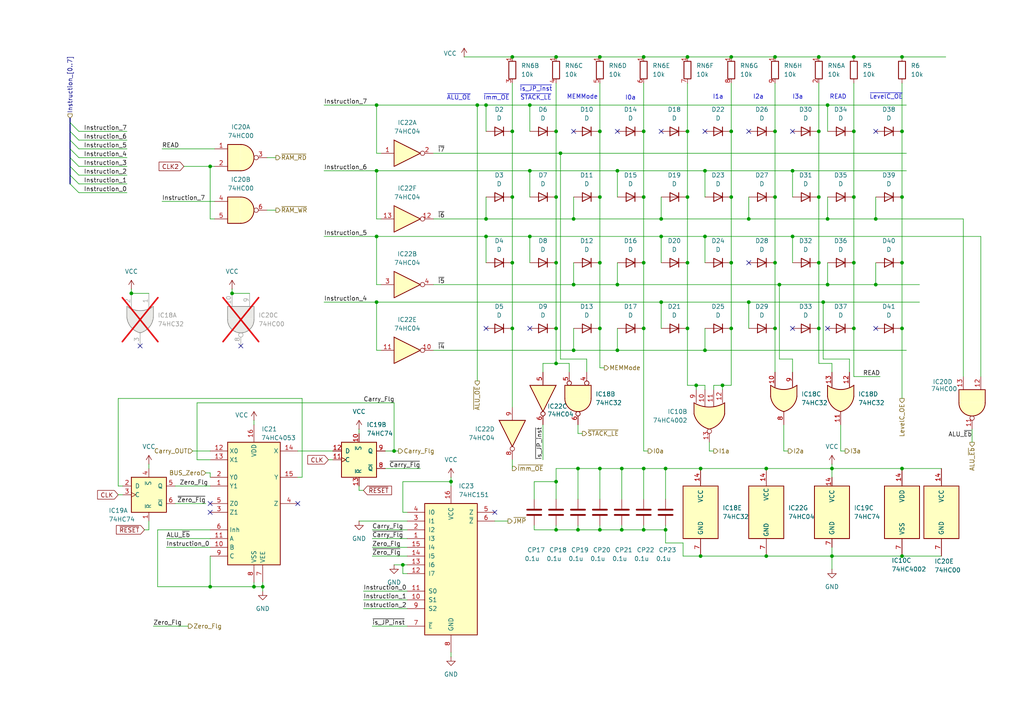
<source format=kicad_sch>
(kicad_sch (version 20231120) (generator "eeschema") (generator_version "8.0")
  (paper "A4")
  (title_block (title "CPU") (date "2025-02-09") (rev "1.0"))
  (junction (at 140.97 30.48))
  (junction (at 167.64 135.89))
  (junction (at 161.29 76.2))
  (junction (at 224.79 95.25))
  (junction (at 191.77 68.58))
  (junction (at 161.29 95.25))
  (junction (at 203.2 161.29))
  (junction (at 240.03 82.55))
  (junction (at 153.67 49.53))
  (junction (at 226.06 82.55))
  (junction (at 204.47 49.53))
  (junction (at 247.65 38.1))
  (junction (at 237.49 57.15))
  (junction (at 261.62 38.1))
  (junction (at 186.69 76.2))
  (junction (at 166.37 63.5))
  (junction (at 167.64 153.67))
  (junction (at 212.09 95.25))
  (junction (at 140.97 68.58))
  (junction (at 261.62 95.25))
  (junction (at 173.99 153.67))
  (junction (at 148.59 16.51))
  (junction (at 60.96 170.18))
  (junction (at 217.17 87.63))
  (junction (at 186.69 95.25))
  (junction (at 254 63.5))
  (junction (at 199.39 57.15))
  (junction (at 186.69 153.67))
  (junction (at 173.99 76.2))
  (junction (at 201.93 111.76))
  (junction (at 261.62 135.89))
  (junction (at 173.99 95.25))
  (junction (at 237.49 76.2))
  (junction (at 217.17 63.5))
  (junction (at 153.67 30.48))
  (junction (at 114.3 130.81))
  (junction (at 60.96 48.26))
  (junction (at 179.07 49.53))
  (junction (at 212.09 76.2))
  (junction (at 186.69 57.15))
  (junction (at 224.79 57.15))
  (junction (at 203.2 135.89))
  (junction (at 161.29 57.15))
  (junction (at 238.76 87.63))
  (junction (at 212.09 16.51))
  (junction (at 191.77 63.5))
  (junction (at 173.99 57.15))
  (junction (at 199.39 95.25))
  (junction (at 186.69 16.51))
  (junction (at 180.34 135.89))
  (junction (at 173.99 16.51))
  (junction (at 237.49 38.1))
  (junction (at 261.62 16.51))
  (junction (at 148.59 38.1))
  (junction (at 162.56 44.45))
  (junction (at 109.22 30.48))
  (junction (at 173.99 135.89))
  (junction (at 166.37 101.6))
  (junction (at 173.99 38.1))
  (junction (at 116.84 163.83))
  (junction (at 261.62 161.29))
  (junction (at 212.09 38.1))
  (junction (at 204.47 101.6))
  (junction (at 222.25 135.89))
  (junction (at 237.49 16.51))
  (junction (at 212.09 57.15))
  (junction (at 247.65 16.51))
  (junction (at 229.87 49.53))
  (junction (at 241.3 161.29))
  (junction (at 254 82.55))
  (junction (at 153.67 68.58))
  (junction (at 186.69 135.89))
  (junction (at 148.59 76.2))
  (junction (at 161.29 38.1))
  (junction (at 109.22 87.63))
  (junction (at 224.79 38.1))
  (junction (at 186.69 38.1))
  (junction (at 191.77 87.63))
  (junction (at 247.65 57.15))
  (junction (at 179.07 101.6))
  (junction (at 179.07 82.55))
  (junction (at 166.37 82.55))
  (junction (at 76.2 170.18))
  (junction (at 222.25 161.29))
  (junction (at 240.03 63.5))
  (junction (at 229.87 68.58))
  (junction (at 247.65 95.25))
  (junction (at 140.97 63.5))
  (junction (at 224.79 16.51))
  (junction (at 109.22 49.53))
  (junction (at 161.29 139.7))
  (junction (at 237.49 95.25))
  (junction (at 38.1 85.09))
  (junction (at 199.39 16.51))
  (junction (at 161.29 16.51))
  (junction (at 148.59 95.25))
  (junction (at 193.04 135.89))
  (junction (at 199.39 38.1))
  (junction (at 240.03 30.48))
  (junction (at 130.81 139.7))
  (junction (at 193.04 153.67))
  (junction (at 180.34 153.67))
  (junction (at 109.22 68.58))
  (junction (at 73.66 170.18))
  (junction (at 138.43 30.48))
  (junction (at 67.31 85.09))
  (junction (at 161.29 153.67))
  (junction (at 199.39 76.2))
  (junction (at 161.29 105.41))
  (junction (at 204.47 68.58))
  (junction (at 224.79 76.2))
  (junction (at 247.65 76.2))
  (junction (at 261.62 76.2))
  (junction (at 261.62 57.15))
  (junction (at 241.3 135.89))
  (junction (at 148.59 57.15))
  (junction (at 209.55 111.76))
  (no_connect (at 229.87 95.25))
  (no_connect (at 191.77 38.1))
  (no_connect (at 60.96 146.05))
  (no_connect (at 60.96 148.59))
  (no_connect (at 143.51 148.59))
  (no_connect (at 204.47 38.1))
  (no_connect (at 240.03 95.25))
  (no_connect (at 217.17 76.2))
  (no_connect (at 153.67 95.25))
  (no_connect (at 40.64 100.33))
  (no_connect (at 86.36 146.05))
  (no_connect (at 217.17 38.1))
  (no_connect (at 140.97 95.25))
  (no_connect (at 254 95.25))
  (no_connect (at 69.85 100.33))
  (no_connect (at 166.37 38.1))
  (no_connect (at 179.07 38.1))
  (no_connect (at 254 38.1))
  (no_connect (at 229.87 38.1))
  (bus_entry (at 20.32 45.72) (size 2.54 2.54))
  (bus_entry (at 20.32 43.18) (size 2.54 2.54))
  (bus_entry (at 20.32 53.34) (size 2.54 2.54))
  (bus_entry (at 20.32 40.64) (size 2.54 2.54))
  (bus_entry (at 20.32 50.8) (size 2.54 2.54))
  (bus_entry (at 20.32 38.1) (size 2.54 2.54))
  (bus_entry (at 20.32 48.26) (size 2.54 2.54))
  (bus_entry (at 20.32 35.56) (size 2.54 2.54))
  (wire (pts (xy 162.56 44.45) (xy 262.89 44.45)))
  (wire (pts (xy 50.8 140.97) (xy 60.96 140.97)))
  (wire (pts (xy 254 63.5) (xy 279.4 63.5)))
  (wire (pts (xy 186.69 76.2) (xy 186.69 95.25)))
  (wire (pts (xy 38.1 85.09) (xy 43.18 85.09)))
  (wire (pts (xy 140.97 68.58) (xy 140.97 76.2)))
  (wire (pts (xy 46.99 43.18) (xy 62.23 43.18)))
  (wire (pts (xy 161.29 16.51) (xy 173.99 16.51)))
  (wire (pts (xy 175.26 106.68) (xy 173.99 106.68)))
  (wire (pts (xy 140.97 30.48) (xy 153.67 30.48)))
  (wire (pts (xy 93.98 30.48) (xy 109.22 30.48)))
  (wire (pts (xy 76.2 170.18) (xy 76.2 168.91)))
  (wire (pts (xy 226.06 104.14) (xy 229.87 104.14)))
  (wire (pts (xy 229.87 49.53) (xy 262.89 49.53)))
  (wire (pts (xy 229.87 104.14) (xy 229.87 107.95)))
  (wire (pts (xy 53.34 48.26) (xy 60.96 48.26)))
  (wire (pts (xy 237.49 76.2) (xy 237.49 95.25)))
  (wire (pts (xy 203.2 135.89) (xy 222.25 135.89)))
  (wire (pts (xy 199.39 24.13) (xy 199.39 38.1)))
  (wire (pts (xy 173.99 135.89) (xy 173.99 144.78)))
  (wire (pts (xy 67.31 83.82) (xy 67.31 85.09)))
  (wire (pts (xy 212.09 24.13) (xy 212.09 38.1)))
  (wire (pts (xy 105.41 176.53) (xy 118.11 176.53)))
  (wire (pts (xy 166.37 63.5) (xy 191.77 63.5)))
  (wire (pts (xy 212.09 57.15) (xy 212.09 76.2)))
  (wire (pts (xy 125.73 44.45) (xy 162.56 44.45)))
  (wire (pts (xy 201.93 111.76) (xy 204.47 111.76)))
  (wire (pts (xy 153.67 49.53) (xy 153.67 57.15)))
  (wire (pts (xy 22.86 55.88) (xy 36.83 55.88)))
  (wire (pts (xy 204.47 49.53) (xy 229.87 49.53)))
  (wire (pts (xy 168.91 125.73) (xy 167.64 125.73)))
  (wire (pts (xy 140.97 68.58) (xy 153.67 68.58)))
  (wire (pts (xy 34.29 140.97) (xy 35.56 140.97)))
  (wire (pts (xy 207.01 111.76) (xy 209.55 111.76)))
  (wire (pts (xy 77.47 45.72) (xy 80.01 45.72)))
  (wire (pts (xy 114.3 130.81) (xy 114.3 116.84)))
  (wire (pts (xy 198.12 157.48) (xy 198.12 161.29)))
  (wire (pts (xy 109.22 82.55) (xy 110.49 82.55)))
  (wire (pts (xy 130.81 139.7) (xy 130.81 140.97)))
  (wire (pts (xy 199.39 95.25) (xy 199.39 111.76)))
  (wire (pts (xy 228.6 130.81) (xy 227.33 130.81)))
  (wire (pts (xy 240.03 30.48) (xy 240.03 38.1)))
  (wire (pts (xy 110.49 44.45) (xy 109.22 44.45)))
  (wire (pts (xy 209.55 111.76) (xy 212.09 111.76)))
  (wire (pts (xy 22.86 38.1) (xy 36.83 38.1)))
  (wire (pts (xy 173.99 153.67) (xy 180.34 153.67)))
  (wire (pts (xy 22.86 53.34) (xy 36.83 53.34)))
  (wire (pts (xy 241.3 135.89) (xy 241.3 138.43)))
  (wire (pts (xy 109.22 87.63) (xy 109.22 101.6)))
  (wire (pts (xy 173.99 38.1) (xy 173.99 57.15)))
  (wire (pts (xy 166.37 76.2) (xy 166.37 82.55)))
  (wire (pts (xy 186.69 95.25) (xy 186.69 130.81)))
  (wire (pts (xy 34.29 143.51) (xy 35.56 143.51)))
  (wire (pts (xy 243.84 130.81) (xy 245.11 130.81)))
  (wire (pts (xy 199.39 76.2) (xy 199.39 95.25)))
  (wire (pts (xy 73.66 168.91) (xy 73.66 170.18)))
  (wire (pts (xy 193.04 135.89) (xy 193.04 144.78)))
  (wire (pts (xy 48.26 156.21) (xy 60.96 156.21)))
  (wire (pts (xy 224.79 38.1) (xy 224.79 57.15)))
  (wire (pts (xy 224.79 24.13) (xy 224.79 38.1)))
  (wire (pts (xy 43.18 134.62) (xy 43.18 135.89)))
  (wire (pts (xy 224.79 76.2) (xy 224.79 95.25)))
  (wire (pts (xy 173.99 16.51) (xy 186.69 16.51)))
  (wire (pts (xy 241.3 161.29) (xy 261.62 161.29)))
  (wire (pts (xy 199.39 38.1) (xy 199.39 57.15)))
  (wire (pts (xy 203.2 161.29) (xy 222.25 161.29)))
  (bus (pts (xy 20.32 48.26) (xy 20.32 45.72)))
  (wire (pts (xy 157.48 105.41) (xy 161.29 105.41)))
  (wire (pts (xy 261.62 161.29) (xy 273.05 161.29)))
  (wire (pts (xy 104.14 151.13) (xy 118.11 151.13)))
  (wire (pts (xy 173.99 76.2) (xy 173.99 95.25)))
  (wire (pts (xy 22.86 40.64) (xy 36.83 40.64)))
  (wire (pts (xy 153.67 68.58) (xy 191.77 68.58)))
  (wire (pts (xy 167.64 125.73) (xy 167.64 123.19)))
  (wire (pts (xy 161.29 135.89) (xy 167.64 135.89)))
  (wire (pts (xy 240.03 76.2) (xy 240.03 82.55)))
  (wire (pts (xy 107.95 158.75) (xy 118.11 158.75)))
  (wire (pts (xy 148.59 24.13) (xy 148.59 38.1)))
  (wire (pts (xy 180.34 152.4) (xy 180.34 153.67)))
  (wire (pts (xy 105.41 173.99) (xy 118.11 173.99)))
  (wire (pts (xy 204.47 101.6) (xy 262.89 101.6)))
  (wire (pts (xy 247.65 95.25) (xy 247.65 109.22)))
  (wire (pts (xy 212.09 16.51) (xy 224.79 16.51)))
  (wire (pts (xy 95.25 133.35) (xy 96.52 133.35)))
  (wire (pts (xy 237.49 16.51) (xy 247.65 16.51)))
  (wire (pts (xy 209.55 111.76) (xy 209.55 113.03)))
  (wire (pts (xy 48.26 158.75) (xy 60.96 158.75)))
  (wire (pts (xy 161.29 38.1) (xy 161.29 57.15)))
  (wire (pts (xy 153.67 30.48) (xy 153.67 38.1)))
  (wire (pts (xy 166.37 95.25) (xy 166.37 101.6)))
  (wire (pts (xy 186.69 152.4) (xy 186.69 153.67)))
  (wire (pts (xy 261.62 76.2) (xy 261.62 95.25)))
  (wire (pts (xy 110.49 63.5) (xy 109.22 63.5)))
  (wire (pts (xy 180.34 153.67) (xy 186.69 153.67)))
  (bus (pts (xy 20.32 45.72) (xy 20.32 43.18)))
  (bus (pts (xy 20.32 35.56) (xy 20.32 34.29)))
  (wire (pts (xy 241.3 135.89) (xy 261.62 135.89)))
  (wire (pts (xy 247.65 76.2) (xy 247.65 95.25)))
  (wire (pts (xy 193.04 153.67) (xy 193.04 157.48)))
  (wire (pts (xy 179.07 95.25) (xy 179.07 101.6)))
  (wire (pts (xy 284.48 68.58) (xy 284.48 109.22)))
  (wire (pts (xy 109.22 44.45) (xy 109.22 30.48)))
  (wire (pts (xy 173.99 57.15) (xy 173.99 76.2)))
  (wire (pts (xy 204.47 49.53) (xy 204.47 57.15)))
  (wire (pts (xy 191.77 63.5) (xy 217.17 63.5)))
  (wire (pts (xy 204.47 111.76) (xy 204.47 113.03)))
  (wire (pts (xy 60.96 63.5) (xy 62.23 63.5)))
  (wire (pts (xy 153.67 30.48) (xy 240.03 30.48)))
  (wire (pts (xy 107.95 181.61) (xy 118.11 181.61)))
  (wire (pts (xy 247.65 57.15) (xy 247.65 76.2)))
  (wire (pts (xy 179.07 101.6) (xy 204.47 101.6)))
  (wire (pts (xy 240.03 57.15) (xy 240.03 63.5)))
  (wire (pts (xy 60.96 170.18) (xy 73.66 170.18)))
  (bus (pts (xy 20.32 38.1) (xy 20.32 35.56)))
  (wire (pts (xy 167.64 153.67) (xy 173.99 153.67)))
  (wire (pts (xy 161.29 139.7) (xy 154.94 139.7)))
  (wire (pts (xy 191.77 57.15) (xy 191.77 63.5)))
  (wire (pts (xy 34.29 115.57) (xy 34.29 140.97)))
  (wire (pts (xy 107.95 161.29) (xy 118.11 161.29)))
  (wire (pts (xy 153.67 49.53) (xy 179.07 49.53)))
  (wire (pts (xy 109.22 87.63) (xy 191.77 87.63)))
  (wire (pts (xy 87.63 115.57) (xy 34.29 115.57)))
  (wire (pts (xy 57.15 116.84) (xy 114.3 116.84)))
  (wire (pts (xy 140.97 30.48) (xy 140.97 38.1)))
  (wire (pts (xy 116.84 166.37) (xy 118.11 166.37)))
  (wire (pts (xy 261.62 135.89) (xy 273.05 135.89)))
  (wire (pts (xy 167.64 152.4) (xy 167.64 153.67)))
  (wire (pts (xy 165.1 105.41) (xy 165.1 107.95)))
  (wire (pts (xy 60.96 48.26) (xy 62.23 48.26)))
  (wire (pts (xy 191.77 68.58) (xy 191.77 76.2)))
  (wire (pts (xy 179.07 49.53) (xy 204.47 49.53)))
  (wire (pts (xy 179.07 76.2) (xy 179.07 82.55)))
  (wire (pts (xy 154.94 153.67) (xy 161.29 153.67)))
  (wire (pts (xy 199.39 57.15) (xy 199.39 76.2)))
  (wire (pts (xy 243.84 123.19) (xy 243.84 130.81)))
  (wire (pts (xy 118.11 148.59) (xy 116.84 148.59)))
  (wire (pts (xy 229.87 68.58) (xy 229.87 76.2)))
  (wire (pts (xy 247.65 109.22) (xy 255.27 109.22)))
  (wire (pts (xy 212.09 76.2) (xy 212.09 95.25)))
  (wire (pts (xy 60.96 137.16) (xy 60.96 138.43)))
  (wire (pts (xy 226.06 82.55) (xy 240.03 82.55)))
  (wire (pts (xy 186.69 16.51) (xy 199.39 16.51)))
  (wire (pts (xy 130.81 138.43) (xy 130.81 139.7)))
  (bus (pts (xy 20.32 53.34) (xy 20.32 50.8)))
  (wire (pts (xy 157.48 123.19) (xy 157.48 133.35)))
  (wire (pts (xy 198.12 161.29) (xy 203.2 161.29)))
  (wire (pts (xy 109.22 49.53) (xy 153.67 49.53)))
  (wire (pts (xy 217.17 87.63) (xy 238.76 87.63)))
  (wire (pts (xy 186.69 135.89) (xy 193.04 135.89)))
  (wire (pts (xy 237.49 95.25) (xy 237.49 105.41)))
  (wire (pts (xy 60.96 48.26) (xy 60.96 63.5)))
  (wire (pts (xy 161.29 95.25) (xy 161.29 105.41)))
  (wire (pts (xy 224.79 95.25) (xy 224.79 107.95)))
  (wire (pts (xy 279.4 109.22) (xy 279.4 63.5)))
  (wire (pts (xy 116.84 148.59) (xy 116.84 139.7)))
  (wire (pts (xy 76.2 170.18) (xy 76.2 171.45)))
  (wire (pts (xy 154.94 152.4) (xy 154.94 153.67)))
  (wire (pts (xy 179.07 82.55) (xy 226.06 82.55)))
  (wire (pts (xy 240.03 82.55) (xy 254 82.55)))
  (wire (pts (xy 281.94 124.46) (xy 281.94 128.27)))
  (wire (pts (xy 246.38 104.14) (xy 246.38 107.95)))
  (wire (pts (xy 261.62 24.13) (xy 261.62 38.1)))
  (wire (pts (xy 109.22 68.58) (xy 109.22 82.55)))
  (wire (pts (xy 217.17 63.5) (xy 240.03 63.5)))
  (wire (pts (xy 73.66 170.18) (xy 76.2 170.18)))
  (wire (pts (xy 43.18 153.67) (xy 43.18 151.13)))
  (wire (pts (xy 134.62 16.51) (xy 148.59 16.51)))
  (wire (pts (xy 161.29 139.7) (xy 161.29 135.89)))
  (wire (pts (xy 166.37 82.55) (xy 179.07 82.55)))
  (wire (pts (xy 247.65 16.51) (xy 261.62 16.51)))
  (wire (pts (xy 238.76 87.63) (xy 266.7 87.63)))
  (wire (pts (xy 138.43 30.48) (xy 138.43 110.49)))
  (wire (pts (xy 261.62 16.51) (xy 274.32 16.51)))
  (wire (pts (xy 73.66 121.92) (xy 73.66 123.19)))
  (wire (pts (xy 161.29 152.4) (xy 161.29 153.67)))
  (wire (pts (xy 143.51 151.13) (xy 147.32 151.13)))
  (wire (pts (xy 241.3 158.75) (xy 241.3 161.29)))
  (wire (pts (xy 153.67 68.58) (xy 153.67 76.2)))
  (wire (pts (xy 186.69 24.13) (xy 186.69 38.1)))
  (wire (pts (xy 161.29 153.67) (xy 167.64 153.67)))
  (wire (pts (xy 207.01 130.81) (xy 205.74 130.81)))
  (wire (pts (xy 38.1 83.82) (xy 38.1 85.09)))
  (wire (pts (xy 222.25 161.29) (xy 241.3 161.29)))
  (wire (pts (xy 166.37 101.6) (xy 179.07 101.6)))
  (wire (pts (xy 107.95 156.21) (xy 118.11 156.21)))
  (wire (pts (xy 105.41 171.45) (xy 118.11 171.45)))
  (wire (pts (xy 111.76 135.89) (xy 121.92 135.89)))
  (wire (pts (xy 125.73 82.55) (xy 166.37 82.55)))
  (bus (pts (xy 20.32 50.8) (xy 20.32 48.26)))
  (wire (pts (xy 116.84 139.7) (xy 130.81 139.7)))
  (wire (pts (xy 130.81 190.5) (xy 130.81 189.23)))
  (wire (pts (xy 157.48 107.95) (xy 157.48 105.41)))
  (wire (pts (xy 240.03 30.48) (xy 262.89 30.48)))
  (wire (pts (xy 162.56 44.45) (xy 162.56 104.14)))
  (wire (pts (xy 173.99 24.13) (xy 173.99 38.1)))
  (wire (pts (xy 229.87 49.53) (xy 229.87 57.15)))
  (wire (pts (xy 186.69 57.15) (xy 186.69 76.2)))
  (wire (pts (xy 204.47 95.25) (xy 204.47 101.6)))
  (wire (pts (xy 114.3 163.83) (xy 116.84 163.83)))
  (wire (pts (xy 55.88 130.81) (xy 60.96 130.81)))
  (wire (pts (xy 217.17 87.63) (xy 217.17 95.25)))
  (wire (pts (xy 161.29 57.15) (xy 161.29 76.2)))
  (wire (pts (xy 60.96 153.67) (xy 45.72 153.67)))
  (wire (pts (xy 173.99 152.4) (xy 173.99 153.67)))
  (wire (pts (xy 199.39 16.51) (xy 212.09 16.51)))
  (wire (pts (xy 161.29 24.13) (xy 161.29 38.1)))
  (wire (pts (xy 241.3 134.62) (xy 241.3 135.89)))
  (wire (pts (xy 109.22 101.6) (xy 110.49 101.6)))
  (wire (pts (xy 162.56 104.14) (xy 170.18 104.14)))
  (wire (pts (xy 22.86 48.26) (xy 36.83 48.26)))
  (wire (pts (xy 199.39 111.76) (xy 201.93 111.76)))
  (wire (pts (xy 229.87 68.58) (xy 284.48 68.58)))
  (wire (pts (xy 212.09 38.1) (xy 212.09 57.15)))
  (wire (pts (xy 161.29 76.2) (xy 161.29 95.25)))
  (wire (pts (xy 224.79 16.51) (xy 237.49 16.51)))
  (wire (pts (xy 109.22 63.5) (xy 109.22 49.53)))
  (wire (pts (xy 45.72 153.67) (xy 45.72 170.18)))
  (wire (pts (xy 114.3 130.81) (xy 115.57 130.81)))
  (wire (pts (xy 86.36 130.81) (xy 96.52 130.81)))
  (wire (pts (xy 261.62 38.1) (xy 261.62 57.15)))
  (wire (pts (xy 116.84 163.83) (xy 116.84 166.37)))
  (wire (pts (xy 148.59 57.15) (xy 148.59 76.2)))
  (wire (pts (xy 50.8 146.05) (xy 59.69 146.05)))
  (wire (pts (xy 105.41 142.24) (xy 104.14 142.24)))
  (wire (pts (xy 193.04 153.67) (xy 193.04 152.4)))
  (wire (pts (xy 237.49 57.15) (xy 237.49 76.2)))
  (wire (pts (xy 22.86 43.18) (xy 36.83 43.18)))
  (wire (pts (xy 207.01 113.03) (xy 207.01 111.76)))
  (wire (pts (xy 212.09 95.25) (xy 212.09 111.76)))
  (wire (pts (xy 254 76.2) (xy 254 82.55)))
  (wire (pts (xy 166.37 57.15) (xy 166.37 63.5)))
  (wire (pts (xy 186.69 38.1) (xy 186.69 57.15)))
  (wire (pts (xy 186.69 135.89) (xy 186.69 144.78)))
  (wire (pts (xy 161.29 105.41) (xy 165.1 105.41)))
  (wire (pts (xy 205.74 130.81) (xy 205.74 128.27)))
  (wire (pts (xy 59.69 137.16) (xy 60.96 137.16)))
  (wire (pts (xy 104.14 124.46) (xy 104.14 125.73)))
  (wire (pts (xy 240.03 63.5) (xy 254 63.5)))
  (wire (pts (xy 93.98 87.63) (xy 109.22 87.63)))
  (wire (pts (xy 57.15 133.35) (xy 60.96 133.35)))
  (wire (pts (xy 22.86 45.72) (xy 36.83 45.72)))
  (wire (pts (xy 60.96 161.29) (xy 60.96 170.18)))
  (wire (pts (xy 204.47 68.58) (xy 204.47 76.2)))
  (wire (pts (xy 109.22 68.58) (xy 140.97 68.58)))
  (wire (pts (xy 170.18 104.14) (xy 170.18 107.95)))
  (wire (pts (xy 238.76 87.63) (xy 238.76 104.14)))
  (wire (pts (xy 148.59 76.2) (xy 148.59 95.25)))
  (wire (pts (xy 261.62 57.15) (xy 261.62 76.2)))
  (wire (pts (xy 237.49 105.41) (xy 241.3 105.41)))
  (wire (pts (xy 148.59 16.51) (xy 161.29 16.51)))
  (wire (pts (xy 180.34 135.89) (xy 180.34 144.78)))
  (wire (pts (xy 111.76 130.81) (xy 114.3 130.81)))
  (wire (pts (xy 186.69 130.81) (xy 187.96 130.81)))
  (wire (pts (xy 237.49 24.13) (xy 237.49 38.1)))
  (wire (pts (xy 179.07 49.53) (xy 179.07 57.15)))
  (wire (pts (xy 44.45 181.61) (xy 54.61 181.61)))
  (wire (pts (xy 237.49 38.1) (xy 237.49 57.15)))
  (wire (pts (xy 77.47 60.96) (xy 80.01 60.96)))
  (wire (pts (xy 109.22 30.48) (xy 138.43 30.48)))
  (wire (pts (xy 261.62 95.25) (xy 261.62 115.57)))
  (wire (pts (xy 186.69 153.67) (xy 193.04 153.67)))
  (wire (pts (xy 125.73 101.6) (xy 166.37 101.6)))
  (wire (pts (xy 254 57.15) (xy 254 63.5)))
  (wire (pts (xy 154.94 139.7) (xy 154.94 144.78)))
  (wire (pts (xy 193.04 135.89) (xy 203.2 135.89)))
  (wire (pts (xy 167.64 135.89) (xy 167.64 144.78)))
  (wire (pts (xy 173.99 135.89) (xy 180.34 135.89)))
  (wire (pts (xy 191.77 87.63) (xy 217.17 87.63)))
  (wire (pts (xy 138.43 30.48) (xy 140.97 30.48)))
  (wire (pts (xy 217.17 57.15) (xy 217.17 63.5)))
  (wire (pts (xy 241.3 161.29) (xy 241.3 165.1)))
  (wire (pts (xy 45.72 170.18) (xy 60.96 170.18)))
  (wire (pts (xy 191.77 68.58) (xy 204.47 68.58)))
  (wire (pts (xy 46.99 58.42) (xy 62.23 58.42)))
  (wire (pts (xy 201.93 111.76) (xy 201.93 113.03)))
  (wire (pts (xy 241.3 105.41) (xy 241.3 107.95)))
  (wire (pts (xy 140.97 63.5) (xy 166.37 63.5)))
  (wire (pts (xy 148.59 133.35) (xy 148.59 135.89)))
  (wire (pts (xy 116.84 163.83) (xy 118.11 163.83)))
  (wire (pts (xy 193.04 157.48) (xy 198.12 157.48)))
  (wire (pts (xy 93.98 49.53) (xy 109.22 49.53)))
  (wire (pts (xy 238.76 104.14) (xy 246.38 104.14)))
  (wire (pts (xy 41.91 153.67) (xy 43.18 153.67)))
  (wire (pts (xy 254 82.55) (xy 266.7 82.55)))
  (wire (pts (xy 180.34 135.89) (xy 186.69 135.89)))
  (wire (pts (xy 226.06 82.55) (xy 226.06 104.14)))
  (wire (pts (xy 204.47 68.58) (xy 229.87 68.58)))
  (wire (pts (xy 247.65 38.1) (xy 247.65 57.15)))
  (wire (pts (xy 57.15 116.84) (xy 57.15 133.35)))
  (wire (pts (xy 173.99 106.68) (xy 173.99 95.25)))
  (bus (pts (xy 20.32 43.18) (xy 20.32 40.64)))
  (wire (pts (xy 247.65 24.13) (xy 247.65 38.1)))
  (wire (pts (xy 161.29 144.78) (xy 161.29 139.7)))
  (wire (pts (xy 125.73 63.5) (xy 140.97 63.5)))
  (wire (pts (xy 167.64 135.89) (xy 173.99 135.89)))
  (wire (pts (xy 191.77 87.63) (xy 191.77 95.25)))
  (wire (pts (xy 107.95 153.67) (xy 118.11 153.67)))
  (wire (pts (xy 148.59 38.1) (xy 148.59 57.15)))
  (wire (pts (xy 87.63 138.43) (xy 87.63 115.57)))
  (bus (pts (xy 20.32 40.64) (xy 20.32 38.1)))
  (wire (pts (xy 104.14 142.24) (xy 104.14 140.97)))
  (wire (pts (xy 222.25 135.89) (xy 241.3 135.89)))
  (wire (pts (xy 148.59 95.25) (xy 148.59 118.11)))
  (wire (pts (xy 224.79 57.15) (xy 224.79 76.2)))
  (wire (pts (xy 93.98 68.58) (xy 109.22 68.58)))
  (wire (pts (xy 227.33 130.81) (xy 227.33 123.19)))
  (wire (pts (xy 86.36 138.43) (xy 87.63 138.43)))
  (wire (pts (xy 140.97 57.15) (xy 140.97 63.5)))
  (wire (pts (xy 22.86 50.8) (xy 36.83 50.8)))
  (wire (pts (xy 67.31 85.09) (xy 72.39 85.09)))
  (text "I2a" (at 219.964 28.194 0) (effects (font (size 1.27 1.27))))
  (text "I0a" (at 182.88 28.448 0) (effects (font (size 1.27 1.27))))
  (text "~{Imm_OE}" (at 144.018 28.448 0) (effects (font (size 1.27 1.27))))
  (text "~{LevelC_OE}" (at 257.048 28.194 0) (effects (font (size 1.27 1.27))))
  (text "~{ALU_OE}" (at 133.096 28.448 0) (effects (font (size 1.27 1.27))))
  (text "~{STACK_LE}" (at 155.448 28.448 0) (effects (font (size 1.27 1.27))))
  (text "I3a" (at 231.394 28.194 0) (effects (font (size 1.27 1.27))))
  (text "READ" (at 243.078 28.194 0) (effects (font (size 1.27 1.27))))
  (text "MEMMode" (at 168.91 28.194 0) (effects (font (size 1.27 1.27))))
  (text "I1a" (at 208.28 28.194 0) (effects (font (size 1.27 1.27))))
  (text "~{is_JP_inst}" (at 155.448 25.908 0) (effects (font (size 1.27 1.27))))
  (label "Zero_Flg" (at 52.07 140.97 0))
  (label "Instruction_6" (at 93.98 49.53 0))
  (label "Instruction_1" (at 105.41 173.99 0))
  (label "Instruction_4" (at 36.83 45.72 180))
  (label "~{is_JP_inst}" (at 157.48 133.35 90))
  (label "Instruction_7" (at 36.83 38.1 180))
  (label "Instruction_2" (at 105.41 176.53 0))
  (label "Instruction_0" (at 105.41 171.45 0))
  (label "Instruction_7" (at 46.99 58.42 0))
  (label "Carry_Flg" (at 105.41 116.84 0))
  (label "~{Carry_Flg}" (at 121.92 135.89 180))
  (label "Instruction_4" (at 93.98 87.63 0))
  (label "~{i4}" (at 127 101.6 0))
  (label "~{Zero_Flg}" (at 59.69 146.05 180))
  (label "ALU_~{Eb}" (at 48.26 156.21 0))
  (label "Zero_Flg" (at 107.95 158.75 0))
  (label "~{Zero_Flg}" (at 107.95 161.29 0))
  (label "READ" (at 46.99 43.18 0))
  (label "Instruction_0" (at 48.26 158.75 0))
  (label "~{i5}" (at 127 82.55 0))
  (label "READ" (at 255.27 109.22 180))
  (label "Zero_Flg" (at 44.45 181.61 0))
  (label "Instruction_1" (at 36.83 53.34 180))
  (label "~{Carry_Flg}" (at 107.95 156.21 0))
  (label "~{i7}" (at 127 44.45 0))
  (label "Instruction_2" (at 36.83 50.8 180))
  (label "Instruction_6" (at 36.83 40.64 180))
  (label "ALU_~{Eb}" (at 281.94 127 180))
  (label "Instruction_5" (at 36.83 43.18 180))
  (label "Instruction_0" (at 36.83 55.88 180))
  (label "~{i6}" (at 127 63.5 0))
  (label "~{is_JP_inst}" (at 107.95 181.61 0))
  (label "Instruction_5" (at 93.98 68.58 0))
  (label "Instruction_7" (at 93.98 30.48 0))
  (label "Carry_Flg" (at 107.95 153.67 0))
  (label "Instruction_3" (at 36.83 48.26 180))
  (global_label "CLK" (shape input) (at 95.25 133.35 180) (property "Intersheetrefs" "${INTERSHEET_REFS}" (effects (hide yes))))
  (global_label "CLK" (shape input) (at 34.29 143.51 180) (property "Intersheetrefs" "${INTERSHEET_REFS}" (effects (hide yes))))
  (global_label "~{RESET}" (shape input) (at 41.91 153.67 180) (property "Intersheetrefs" "${INTERSHEET_REFS}" (effects (hide yes))))
  (global_label "CLK2" (shape input) (at 53.34 48.26 180) (property "Intersheetrefs" "${INTERSHEET_REFS}" (effects (hide yes))))
  (global_label "~{RESET}" (shape input) (at 105.41 142.24 0) (property "Intersheetrefs" "${INTERSHEET_REFS}" (effects (hide yes))))
  (hierarchical_label "~{STACK_LE}" (shape output) (at 168.91 125.73 0))
  (hierarchical_label "LevelC_OE" (shape output) (at 261.62 115.57 270))
  (hierarchical_label "BUS_Zero" (shape input) (at 59.69 137.16 180))
  (hierarchical_label "I1a" (shape output) (at 207.01 130.81 0))
  (hierarchical_label "Carry_Flg" (shape output) (at 115.57 130.81 0))
  (hierarchical_label "I2a" (shape output) (at 228.6 130.81 0))
  (hierarchical_label "Zero_Flg" (shape output) (at 54.61 181.61 0))
  (hierarchical_label "Instruction_[0..7]" (shape input) (at 20.32 34.29 90))
  (hierarchical_label "~{RAM_WR}" (shape output) (at 80.01 60.96 0))
  (hierarchical_label "Carry_OUT" (shape input) (at 55.88 130.81 180))
  (hierarchical_label "~{ALU_OE}" (shape output) (at 138.43 110.49 270))
  (hierarchical_label "~{JMP}" (shape output) (at 147.32 151.13 0))
  (hierarchical_label "~{Imm_OE}" (shape output) (at 148.59 135.89 0))
  (hierarchical_label "ALU_~{Eb}" (shape output) (at 281.94 128.27 270))
  (hierarchical_label "~{RAM_RD}" (shape output) (at 80.01 45.72 0))
  (hierarchical_label "MEMMode" (shape output) (at 175.26 106.68 0))
  (hierarchical_label "I3a" (shape output) (at 245.11 130.81 0))
  (hierarchical_label "I0a" (shape output) (at 187.96 130.81 0))
  (symbol (lib_id "power:VCC") (at 67.31 83.82 0) (unit 1)
    (property "Reference" "#PWR064" (effects (hide yes)))
    (property "Value" "VCC" (at 67.31 78.74 0))
    (property "Description" "Power symbol creates a global label with name \"VCC\"" (effects (hide yes)))
  )
  (symbol (lib_id "Device:D") (at 220.98 57.15 180) (unit 1)
    (property "Reference" "D27" (at 220.98 50.8 0))
    (property "Value" "D" (at 220.98 53.34 0))
    (property "Footprint" "Library:DO-35_horizontal_anodeup_Smallhole" (effects (hide yes)))
    (property "Description" "Diode" (effects (hide yes)))
    (property "Sim.Device" "D" (effects (hide yes)))
    (property "Sim.Pins" "1=K 2=A" (effects (hide yes)))
  )
  (symbol (lib_id "Device:D") (at 233.68 95.25 180) (unit 1)
    (property "Reference" "D33" (at 233.68 88.9 0))
    (property "Value" "D" (at 233.68 91.44 0))
    (property "Footprint" "Library:DO-35_horizontal_anodeup_Smallhole" (effects (hide yes)))
    (property "Description" "Diode" (effects (hide yes)))
    (property "Sim.Device" "D" (effects (hide yes)))
    (property "Sim.Pins" "1=K 2=A" (effects (hide yes)))
  )
  (symbol (lib_id "Device:D") (at 144.78 57.15 180) (unit 1)
    (property "Reference" "D3" (at 144.78 50.8 0))
    (property "Value" "D" (at 144.78 53.34 0))
    (property "Footprint" "Library:DO-35_horizontal_anodeup_Smallhole" (effects (hide yes)))
    (property "Description" "Diode" (effects (hide yes)))
    (property "Sim.Device" "D" (effects (hide yes)))
    (property "Sim.Pins" "1=K 2=A" (effects (hide yes)))
  )
  (symbol (lib_id "Device:D") (at 220.98 38.1 180) (unit 1)
    (property "Reference" "D26" (at 220.98 31.75 0))
    (property "Value" "D" (at 220.98 34.29 0))
    (property "Footprint" "Library:DO-35_horizontal_anodeup_Smallhole" (effects (hide yes)))
    (property "Description" "Diode" (effects (hide yes)))
    (property "Sim.Device" "D" (effects (hide yes)))
    (property "Sim.Pins" "1=K 2=A" (effects (hide yes)))
  )
  (symbol (lib_id "Device:D") (at 243.84 95.25 180) (unit 1)
    (property "Reference" "D37" (at 243.84 88.9 0))
    (property "Value" "D" (at 243.84 91.44 0))
    (property "Footprint" "Library:DO-35_horizontal_anodeup_Smallhole" (effects (hide yes)))
    (property "Description" "Diode" (effects (hide yes)))
    (property "Sim.Device" "D" (effects (hide yes)))
    (property "Sim.Pins" "1=K 2=A" (effects (hide yes)))
  )
  (symbol (lib_id "74xx_2:74HC00") (at 69.85 45.72 0) (unit 1)
    (property "Reference" "IC20" (at 69.8417 36.83 0))
    (property "Value" "74HC00" (at 69.8417 39.37 0))
    (property "Footprint" "Package_DIP:DIP-14_W7.62mm_Socket" (effects (hide yes)))
    (property "Datasheet" "http://www.ti.com/lit/gpn/sn74hc00" (effects (hide yes)))
    (property "Description" "quad 2-input NAND gate" (effects (hide yes)))
    (property "Sim.Library" "74hc.lib" (effects (hide yes)))
    (property "Sim.Name" "74HC00" (effects (hide yes)))
    (property "Sim.Device" "SUBCKT" (effects (hide yes)))
    (property "Sim.Pins" "7=VGND 14=VCC" (effects (hide yes)))
  )
  (symbol (lib_id "Device2:C_Bypass") (at 180.34 148.59 0) (unit 1)
    (property "Reference" "CP21" (at 178.308 159.512 0) (effects (justify left)))
    (property "Value" "0.1u" (at 177.546 162.052 0) (effects (justify left)))
    (property "Footprint" "Capacitor_THT:C_Disc_D3.0mm_W1.6mm_P2.50mm" (effects (hide yes)))
    (property "Description" "Bypass Capacitor" (effects (hide yes)))
  )
  (symbol (lib_id "Device:D") (at 157.48 57.15 180) (unit 1)
    (property "Reference" "D7" (at 157.48 50.8 0))
    (property "Value" "D" (at 157.48 53.34 0))
    (property "Footprint" "Library:DO-35_horizontal_anodeup_Smallhole" (effects (hide yes)))
    (property "Description" "Diode" (effects (hide yes)))
    (property "Sim.Device" "D" (effects (hide yes)))
    (property "Sim.Pins" "1=K 2=A" (effects (hide yes)))
  )
  (symbol (lib_id "Device:D") (at 243.84 57.15 180) (unit 1)
    (property "Reference" "D35" (at 243.84 50.8 0))
    (property "Value" "D" (at 243.84 53.34 0))
    (property "Footprint" "Library:DO-35_horizontal_anodeup_Smallhole" (effects (hide yes)))
    (property "Description" "Diode" (effects (hide yes)))
    (property "Sim.Device" "D" (effects (hide yes)))
    (property "Sim.Pins" "1=K 2=A" (effects (hide yes)))
  )
  (symbol (lib_id "74xx_2:74HC04") (at 118.11 63.5 0) (unit 6)
    (property "Reference" "IC22" (at 118.11 54.61 0))
    (property "Value" "74HC04" (at 118.11 57.15 0))
    (property "Footprint" "Package_DIP:DIP-14_W7.62mm_Socket" (effects (hide yes)))
    (property "Datasheet" "https://assets.nexperia.com/documents/data-sheet/74HC_HCT04.pdf" (effects (hide yes)))
    (property "Description" "Hex Inverter" (effects (hide yes)))
  )
  (symbol (lib_id "Device:D") (at 257.81 57.15 180) (unit 1)
    (property "Reference" "D39" (at 257.81 50.8 0))
    (property "Value" "D" (at 257.81 53.34 0))
    (property "Footprint" "Library:DO-35_horizontal_anodeup_Smallhole" (effects (hide yes)))
    (property "Description" "Diode" (effects (hide yes)))
    (property "Sim.Device" "D" (effects (hide yes)))
    (property "Sim.Pins" "1=K 2=A" (effects (hide yes)))
  )
  (symbol (lib_id "Device2:C_Bypass") (at 186.69 148.59 0) (unit 1)
    (property "Reference" "CP22" (at 184.658 159.512 0) (effects (justify left)))
    (property "Value" "0.1u" (at 183.896 162.052 0) (effects (justify left)))
    (property "Footprint" "Capacitor_THT:C_Disc_D3.0mm_W1.6mm_P2.50mm" (effects (hide yes)))
    (property "Description" "Bypass Capacitor" (effects (hide yes)))
  )
  (symbol (lib_id "power:VCC") (at 241.3 134.62 0) (unit 1)
    (property "Reference" "#PWR073" (effects (hide yes)))
    (property "Value" "VCC" (at 241.3 129.54 0))
    (property "Description" "Power symbol creates a global label with name \"VCC\"" (effects (hide yes)))
  )
  (symbol (lib_id "Device:D") (at 182.88 38.1 180) (unit 1)
    (property "Reference" "D14" (at 182.88 31.75 0))
    (property "Value" "D" (at 182.88 34.29 0))
    (property "Footprint" "Library:DO-35_horizontal_anodeup_Smallhole" (effects (hide yes)))
    (property "Description" "Diode" (effects (hide yes)))
    (property "Sim.Device" "D" (effects (hide yes)))
    (property "Sim.Pins" "1=K 2=A" (effects (hide yes)))
  )
  (symbol (lib_id "Device:D") (at 257.81 76.2 180) (unit 1)
    (property "Reference" "D40" (at 257.81 69.85 0))
    (property "Value" "D" (at 257.81 72.39 0))
    (property "Footprint" "Library:DO-35_horizontal_anodeup_Smallhole" (effects (hide yes)))
    (property "Description" "Diode" (effects (hide yes)))
    (property "Sim.Device" "D" (effects (hide yes)))
    (property "Sim.Pins" "1=K 2=A" (effects (hide yes)))
  )
  (symbol (lib_id "power:GND") (at 114.3 163.83 0) (unit 1)
    (property "Reference" "#PWR069" (effects (hide yes)))
    (property "Value" "GND" (at 114.3 168.91 0))
    (property "Description" "Power symbol creates a global label with name \"GND\" , ground" (effects (hide yes)))
  )
  (symbol (lib_id "power:GND") (at 130.81 190.5 0) (unit 1)
    (property "Reference" "#PWR071" (effects (hide yes)))
    (property "Value" "GND" (at 130.81 195.58 0))
    (property "Description" "Power symbol creates a global label with name \"GND\" , ground" (effects (hide yes)))
  )
  (symbol (lib_id "74xx_2:74HC00") (at 273.05 148.59 0) (unit 5)
    (property "Reference" "IC20" (at 271.018 162.814 0) (effects (justify left)))
    (property "Value" "74HC00" (at 271.018 165.354 0) (effects (justify left)))
    (property "Footprint" "Package_DIP:DIP-14_W7.62mm_Socket" (effects (hide yes)))
    (property "Datasheet" "http://www.ti.com/lit/gpn/sn74hc00" (effects (hide yes)))
    (property "Description" "quad 2-input NAND gate" (effects (hide yes)))
    (property "Sim.Library" "74hc.lib" (effects (hide yes)))
    (property "Sim.Name" "74HC00" (effects (hide yes)))
    (property "Sim.Device" "SUBCKT" (effects (hide yes)))
    (property "Sim.Pins" "7=VGND 14=VCC" (effects (hide yes)))
  )
  (symbol (lib_id "74xx_2:74HC74") (at 104.14 133.35 0) (unit 2)
    (property "Reference" "IC19" (at 106.3341 123.19 0) (effects (justify left)))
    (property "Value" "74HC74" (at 106.3341 125.73 0) (effects (justify left)))
    (property "Footprint" "Package_DIP:DIP-14_W7.62mm_Socket" (effects (hide yes)))
    (property "Datasheet" "74xx/74hc_hct74.pdf" (effects (hide yes)))
    (property "Description" "Dual D Flip-flop, Set & Reset" (effects (hide yes)))
  )
  (symbol (lib_id "Device2:C_Bypass") (at 167.64 148.59 0) (unit 1)
    (property "Reference" "CP19" (at 165.608 159.512 0) (effects (justify left)))
    (property "Value" "0.1u" (at 164.846 162.052 0) (effects (justify left)))
    (property "Footprint" "Capacitor_THT:C_Disc_D3.0mm_W1.6mm_P2.50mm" (effects (hide yes)))
    (property "Description" "Bypass Capacitor" (effects (hide yes)))
  )
  (symbol (lib_id "Device:D") (at 195.58 76.2 180) (unit 1)
    (property "Reference" "D20" (at 195.58 69.85 0))
    (property "Value" "D" (at 195.58 72.39 0))
    (property "Footprint" "Library:DO-35_horizontal_anodeup_Smallhole" (effects (hide yes)))
    (property "Description" "Diode" (effects (hide yes)))
    (property "Sim.Device" "D" (effects (hide yes)))
    (property "Sim.Pins" "1=K 2=A" (effects (hide yes)))
  )
  (symbol (lib_id "power:VCC") (at 130.81 138.43 0) (unit 1)
    (property "Reference" "#PWR070" (effects (hide yes)))
    (property "Value" "VCC" (at 130.81 133.35 0))
    (property "Description" "Power symbol creates a global label with name \"VCC\"" (effects (hide yes)))
  )
  (symbol (lib_id "74xx_2:74HC4002") (at 261.62 148.59 0) (unit 3)
    (property "Reference" "IC10" (at 258.572 162.56 0) (effects (justify left)))
    (property "Value" "74HC4002" (at 258.572 165.1 0) (effects (justify left)))
    (property "Footprint" "Package_DIP:DIP-14_W7.62mm_Socket" (effects (hide yes)))
    (property "Datasheet" "https://www.ti.com/lit/ds/symlink/cd74hc4002.pdf" (effects (hide yes)))
    (property "Description" "Dual  4 input NOR gate" (effects (hide yes)))
  )
  (symbol (lib_id "Device:D") (at 144.78 95.25 180) (unit 1)
    (property "Reference" "D5" (at 144.78 88.9 0))
    (property "Value" "D" (at 144.78 91.44 0))
    (property "Footprint" "Library:DO-35_horizontal_anodeup_Smallhole" (effects (hide yes)))
    (property "Description" "Diode" (effects (hide yes)))
    (property "Sim.Device" "D" (effects (hide yes)))
    (property "Sim.Pins" "1=K 2=A" (effects (hide yes)))
  )
  (symbol (lib_id "Device:D") (at 157.48 38.1 180) (unit 1)
    (property "Reference" "D6" (at 157.48 31.75 0))
    (property "Value" "D" (at 157.48 34.29 0))
    (property "Footprint" "Library:DO-35_horizontal_anodeup_Smallhole" (effects (hide yes)))
    (property "Description" "Diode" (effects (hide yes)))
    (property "Sim.Device" "D" (effects (hide yes)))
    (property "Sim.Pins" "1=K 2=A" (effects (hide yes)))
  )
  (symbol (lib_id "power:VCC") (at 43.18 134.62 0) (unit 1)
    (property "Reference" "#PWR063" (effects (hide yes)))
    (property "Value" "VCC" (at 43.18 129.54 0))
    (property "Description" "Power symbol creates a global label with name \"VCC\"" (effects (hide yes)))
  )
  (symbol (lib_id "74xx_2:74HC74") (at 241.3 148.59 0) (unit 3)
    (property "Reference" "IC19" (at 247.65 147.3199 0) (effects (justify left)))
    (property "Value" "74HC74" (at 247.65 149.8599 0) (effects (justify left)))
    (property "Footprint" "Package_DIP:DIP-14_W7.62mm_Socket" (effects (hide yes)))
    (property "Datasheet" "74xx/74hc_hct74.pdf" (effects (hide yes)))
    (property "Description" "Dual D Flip-flop, Set & Reset" (effects (hide yes)))
  )
  (symbol (lib_id "74xx_2:74HC04") (at 118.11 82.55 0) (unit 2)
    (property "Reference" "IC22" (at 118.11 73.66 0))
    (property "Value" "74HC04" (at 118.11 76.2 0))
    (property "Footprint" "Package_DIP:DIP-14_W7.62mm_Socket" (effects (hide yes)))
    (property "Datasheet" "https://assets.nexperia.com/documents/data-sheet/74HC_HCT04.pdf" (effects (hide yes)))
    (property "Description" "Hex Inverter" (effects (hide yes)))
  )
  (symbol (lib_id "Device:R_Network08_Split") (at 237.49 20.32 0) (unit 1)
    (property "Reference" "RN6" (at 240.03 19.0499 0) (effects (justify left)))
    (property "Value" "10k" (at 240.03 21.5899 0) (effects (justify left)))
    (property "Footprint" "Resistor_THT:R_Array_SIP9" (effects (hide yes)))
    (property "Datasheet" "http://www.vishay.com/docs/31509/csc.pdf" (effects (hide yes)))
    (property "Description" "8 resistor network, star topology, bussed resistors, split" (effects (hide yes)))
  )
  (symbol (lib_id "Device:D") (at 257.81 95.25 180) (unit 1)
    (property "Reference" "D41" (at 257.81 88.9 0))
    (property "Value" "D" (at 257.81 91.44 0))
    (property "Footprint" "Library:DO-35_horizontal_anodeup_Smallhole" (effects (hide yes)))
    (property "Description" "Diode" (effects (hide yes)))
    (property "Sim.Device" "D" (effects (hide yes)))
    (property "Sim.Pins" "1=K 2=A" (effects (hide yes)))
  )
  (symbol (lib_id "Device:D") (at 208.28 57.15 180) (unit 1)
    (property "Reference" "D23" (at 208.28 50.8 0))
    (property "Value" "D" (at 208.28 53.34 0))
    (property "Footprint" "Library:DO-35_horizontal_anodeup_Smallhole" (effects (hide yes)))
    (property "Description" "Diode" (effects (hide yes)))
    (property "Sim.Device" "D" (effects (hide yes)))
    (property "Sim.Pins" "1=K 2=A" (effects (hide yes)))
  )
  (symbol (lib_id "Device:D") (at 170.18 57.15 180) (unit 1)
    (property "Reference" "D11" (at 170.18 50.8 0))
    (property "Value" "D" (at 170.18 53.34 0))
    (property "Footprint" "Library:DO-35_horizontal_anodeup_Smallhole" (effects (hide yes)))
    (property "Description" "Diode" (effects (hide yes)))
    (property "Sim.Device" "D" (effects (hide yes)))
    (property "Sim.Pins" "1=K 2=A" (effects (hide yes)))
  )
  (symbol (lib_id "74xx_2:74HC04") (at 118.11 101.6 0) (unit 5)
    (property "Reference" "IC22" (at 118.11 92.71 0))
    (property "Value" "74HC04" (at 118.11 95.25 0))
    (property "Footprint" "Package_DIP:DIP-14_W7.62mm_Socket" (effects (hide yes)))
    (property "Datasheet" "https://assets.nexperia.com/documents/data-sheet/74HC_HCT04.pdf" (effects (hide yes)))
    (property "Description" "Hex Inverter" (effects (hide yes)))
  )
  (symbol (lib_id "Device:D") (at 182.88 95.25 180) (unit 1)
    (property "Reference" "D17" (at 182.88 88.9 0))
    (property "Value" "D" (at 182.88 91.44 0))
    (property "Footprint" "Library:DO-35_horizontal_anodeup_Smallhole" (effects (hide yes)))
    (property "Description" "Diode" (effects (hide yes)))
    (property "Sim.Device" "D" (effects (hide yes)))
    (property "Sim.Pins" "1=K 2=A" (effects (hide yes)))
  )
  (symbol (lib_id "Device:D") (at 144.78 38.1 180) (unit 1)
    (property "Reference" "D2" (at 144.78 31.75 0))
    (property "Value" "D" (at 144.78 34.29 0))
    (property "Footprint" "Library:DO-35_horizontal_anodeup_Smallhole" (effects (hide yes)))
    (property "Description" "Diode" (effects (hide yes)))
    (property "Sim.Device" "D" (effects (hide yes)))
    (property "Sim.Pins" "1=K 2=A" (effects (hide yes)))
  )
  (symbol (lib_id "74xx_2:74HC151") (at 130.81 163.83 0) (unit 1)
    (property "Reference" "IC23" (at 133.0041 140.97 0) (effects (justify left)))
    (property "Value" "74HC151" (at 133.0041 143.51 0) (effects (justify left)))
    (property "Footprint" "Package_DIP:DIP-16_W7.62mm_Socket" (effects (hide yes)))
    (property "Datasheet" "http://www.ti.com/lit/gpn/sn74LS151" (effects (hide yes)))
    (property "Description" "Multiplexer 8 to 1" (effects (hide yes)))
  )
  (symbol (lib_id "74xx_2:74HC74") (at 43.18 143.51 0) (unit 1)
    (property "Reference" "IC19" (at 31.496 148.082 0) (effects (justify left)))
    (property "Value" "74HC74" (at 31.496 150.622 0) (effects (justify left)))
    (property "Footprint" "Package_DIP:DIP-14_W7.62mm_Socket" (effects (hide yes)))
    (property "Datasheet" "74xx/74hc_hct74.pdf" (effects (hide yes)))
    (property "Description" "Dual D Flip-flop, Set & Reset" (effects (hide yes)))
  )
  (symbol (lib_id "Device:R_Network08_Split") (at 212.09 20.32 0) (unit 7)
    (property "Reference" "RN6" (at 214.63 19.0499 0) (effects (justify left)))
    (property "Value" "10k" (at 214.63 21.5899 0) (effects (justify left)))
    (property "Footprint" "Resistor_THT:R_Array_SIP9" (effects (hide yes)))
    (property "Datasheet" "http://www.vishay.com/docs/31509/csc.pdf" (effects (hide yes)))
    (property "Description" "8 resistor network, star topology, bussed resistors, split" (effects (hide yes)))
  )
  (symbol (lib_id "74xx_2:74HC32") (at 243.84 115.57 270) (unit 4)
    (property "Reference" "IC18" (at 248.92 114.2999 90) (effects (justify left)))
    (property "Value" "74HC32" (at 248.92 116.8399 90) (effects (justify left)))
    (property "Footprint" "Package_DIP:DIP-14_W7.62mm_Socket" (effects (hide yes)))
    (property "Datasheet" "http://www.ti.com/lit/gpn/sn74LS32" (effects (hide yes)))
    (property "Description" "Quad 2-input OR" (effects (hide yes)))
  )
  (symbol (lib_id "Device:D") (at 243.84 76.2 180) (unit 1)
    (property "Reference" "D36" (at 243.84 69.85 0))
    (property "Value" "D" (at 243.84 72.39 0))
    (property "Footprint" "Library:DO-35_horizontal_anodeup_Smallhole" (effects (hide yes)))
    (property "Description" "Diode" (effects (hide yes)))
    (property "Sim.Device" "D" (effects (hide yes)))
    (property "Sim.Pins" "1=K 2=A" (effects (hide yes)))
  )
  (symbol (lib_id "power:VCC") (at 73.66 121.92 0) (unit 1)
    (property "Reference" "#PWR065" (effects (hide yes)))
    (property "Value" "VCC" (at 70.104 120.396 0))
    (property "Description" "Power symbol creates a global label with name \"VCC\"" (effects (hide yes)))
  )
  (symbol (lib_id "Device:D") (at 208.28 76.2 180) (unit 1)
    (property "Reference" "D24" (at 208.28 69.85 0))
    (property "Value" "D" (at 208.28 72.39 0))
    (property "Footprint" "Library:DO-35_horizontal_anodeup_Smallhole" (effects (hide yes)))
    (property "Description" "Diode" (effects (hide yes)))
    (property "Sim.Device" "D" (effects (hide yes)))
    (property "Sim.Pins" "1=K 2=A" (effects (hide yes)))
  )
  (symbol (lib_id "Device:D") (at 257.81 38.1 180) (unit 1)
    (property "Reference" "D38" (at 257.81 31.75 0))
    (property "Value" "D" (at 257.81 34.29 0))
    (property "Footprint" "Library:DO-35_horizontal_anodeup_Smallhole" (effects (hide yes)))
    (property "Description" "Diode" (effects (hide yes)))
    (property "Sim.Device" "D" (effects (hide yes)))
    (property "Sim.Pins" "1=K 2=A" (effects (hide yes)))
  )
  (symbol (lib_id "74xx_2:74HC00") (at 281.94 116.84 270) (unit 4)
    (property "Reference" "IC20" (at 270.51 110.744 90) (effects (justify left)))
    (property "Value" "74HC00" (at 270.002 112.776 90) (effects (justify left)))
    (property "Footprint" "Package_DIP:DIP-14_W7.62mm_Socket" (effects (hide yes)))
    (property "Datasheet" "http://www.ti.com/lit/gpn/sn74hc00" (effects (hide yes)))
    (property "Description" "quad 2-input NAND gate" (effects (hide yes)))
    (property "Sim.Library" "74hc.lib" (effects (hide yes)))
    (property "Sim.Name" "74HC00" (effects (hide yes)))
    (property "Sim.Device" "SUBCKT" (effects (hide yes)))
    (property "Sim.Pins" "7=VGND 14=VCC" (effects (hide yes)))
  )
  (symbol (lib_id "Device:D") (at 243.84 38.1 180) (unit 1)
    (property "Reference" "D34" (at 243.84 31.75 0))
    (property "Value" "D" (at 243.84 34.29 0))
    (property "Footprint" "Library:DO-35_horizontal_anodeup_Smallhole" (effects (hide yes)))
    (property "Description" "Diode" (effects (hide yes)))
    (property "Sim.Device" "D" (effects (hide yes)))
    (property "Sim.Pins" "1=K 2=A" (effects (hide yes)))
  )
  (symbol (lib_id "power:GND") (at 76.2 171.45 0) (unit 1)
    (property "Reference" "#PWR066" (effects (hide yes)))
    (property "Value" "GND" (at 76.2 176.53 0))
    (property "Description" "Power symbol creates a global label with name \"GND\" , ground" (effects (hide yes)))
  )
  (symbol (lib_id "Device:D") (at 233.68 57.15 180) (unit 1)
    (property "Reference" "D31" (at 233.68 50.8 0))
    (property "Value" "D" (at 233.68 53.34 0))
    (property "Footprint" "Library:DO-35_horizontal_anodeup_Smallhole" (effects (hide yes)))
    (property "Description" "Diode" (effects (hide yes)))
    (property "Sim.Device" "D" (effects (hide yes)))
    (property "Sim.Pins" "1=K 2=A" (effects (hide yes)))
  )
  (symbol (lib_id "Device:D") (at 170.18 95.25 180) (unit 1)
    (property "Reference" "D13" (at 170.18 88.9 0))
    (property "Value" "D" (at 170.18 91.44 0))
    (property "Footprint" "Library:DO-35_horizontal_anodeup_Smallhole" (effects (hide yes)))
    (property "Description" "Diode" (effects (hide yes)))
    (property "Sim.Device" "D" (effects (hide yes)))
    (property "Sim.Pins" "1=K 2=A" (effects (hide yes)))
  )
  (symbol (lib_id "Device:D") (at 170.18 38.1 180) (unit 1)
    (property "Reference" "D10" (at 170.18 31.75 0))
    (property "Value" "D" (at 170.18 34.29 0))
    (property "Footprint" "Library:DO-35_horizontal_anodeup_Smallhole" (effects (hide yes)))
    (property "Description" "Diode" (effects (hide yes)))
    (property "Sim.Device" "D" (effects (hide yes)))
    (property "Sim.Pins" "1=K 2=A" (effects (hide yes)))
  )
  (symbol (lib_id "74xx_2:74HC04") (at 148.59 125.73 90) (mirror x) (unit 4)
    (property "Reference" "IC22" (at 143.51 124.4599 90) (effects (justify left)))
    (property "Value" "74HC04" (at 143.51 126.9999 90) (effects (justify left)))
    (property "Footprint" "Package_DIP:DIP-14_W7.62mm_Socket" (effects (hide yes)))
    (property "Datasheet" "https://assets.nexperia.com/documents/data-sheet/74HC_HCT04.pdf" (effects (hide yes)))
    (property "Description" "Hex Inverter" (effects (hide yes)))
  )
  (symbol (lib_id "Device:D") (at 144.78 76.2 180) (unit 1)
    (property "Reference" "D4" (at 144.78 69.85 0))
    (property "Value" "D" (at 144.78 72.39 0))
    (property "Footprint" "Library:DO-35_horizontal_anodeup_Smallhole" (effects (hide yes)))
    (property "Description" "Diode" (effects (hide yes)))
    (property "Sim.Device" "D" (effects (hide yes)))
    (property "Sim.Pins" "1=K 2=A" (effects (hide yes)))
  )
  (symbol (lib_id "74xx_2:74HC32") (at 167.64 115.57 270) (unit 2) (convert 2)
    (property "Reference" "IC18" (at 172.72 114.2999 90) (effects (justify left)))
    (property "Value" "74HC32" (at 172.72 116.8399 90) (effects (justify left)))
    (property "Footprint" "Package_DIP:DIP-14_W7.62mm_Socket" (effects (hide yes)))
    (property "Datasheet" "http://www.ti.com/lit/gpn/sn74LS32" (effects (hide yes)))
    (property "Description" "Quad 2-input OR" (effects (hide yes)))
  )
  (symbol (lib_id "Device:R_Network08_Split") (at 173.99 20.32 0) (unit 4)
    (property "Reference" "RN6" (at 176.53 19.0499 0) (effects (justify left)))
    (property "Value" "10k" (at 176.53 21.5899 0) (effects (justify left)))
    (property "Footprint" "Resistor_THT:R_Array_SIP9" (effects (hide yes)))
    (property "Datasheet" "http://www.vishay.com/docs/31509/csc.pdf" (effects (hide yes)))
    (property "Description" "8 resistor network, star topology, bussed resistors, split" (effects (hide yes)))
  )
  (symbol (lib_id "Device:D") (at 233.68 38.1 180) (unit 1)
    (property "Reference" "D30" (at 233.68 31.75 0))
    (property "Value" "D" (at 233.68 34.29 0))
    (property "Footprint" "Library:DO-35_horizontal_anodeup_Smallhole" (effects (hide yes)))
    (property "Description" "Diode" (effects (hide yes)))
    (property "Sim.Device" "D" (effects (hide yes)))
    (property "Sim.Pins" "1=K 2=A" (effects (hide yes)))
  )
  (symbol (lib_id "74xx_2:74HC04") (at 118.11 44.45 0) (unit 1)
    (property "Reference" "IC22" (at 118.11 35.56 0))
    (property "Value" "74HC04" (at 118.11 38.1 0))
    (property "Footprint" "Package_DIP:DIP-14_W7.62mm_Socket" (effects (hide yes)))
    (property "Datasheet" "https://assets.nexperia.com/documents/data-sheet/74HC_HCT04.pdf" (effects (hide yes)))
    (property "Description" "Hex Inverter" (effects (hide yes)))
  )
  (symbol (lib_id "Device:D") (at 195.58 38.1 180) (unit 1)
    (property "Reference" "D18" (at 195.58 31.75 0))
    (property "Value" "D" (at 195.58 34.29 0))
    (property "Footprint" "Library:DO-35_horizontal_anodeup_Smallhole" (effects (hide yes)))
    (property "Description" "Diode" (effects (hide yes)))
    (property "Sim.Device" "D" (effects (hide yes)))
    (property "Sim.Pins" "1=K 2=A" (effects (hide yes)))
  )
  (symbol (lib_id "74xx_2:74HC32") (at 40.64 92.71 270) (unit 1) (dnp yes)
    (property "Reference" "IC18" (at 45.72 91.4399 90) (effects (justify left)))
    (property "Value" "74HC32" (at 45.72 93.9799 90) (effects (justify left)))
    (property "Footprint" "Package_DIP:DIP-14_W7.62mm_Socket" (effects (hide yes)))
    (property "Datasheet" "http://www.ti.com/lit/gpn/sn74LS32" (effects (hide yes)))
    (property "Description" "Quad 2-input OR" (effects (hide yes)))
  )
  (symbol (lib_id "Device:D") (at 233.68 76.2 180) (unit 1)
    (property "Reference" "D32" (at 233.68 69.85 0))
    (property "Value" "D" (at 233.68 72.39 0))
    (property "Footprint" "Library:DO-35_horizontal_anodeup_Smallhole" (effects (hide yes)))
    (property "Description" "Diode" (effects (hide yes)))
    (property "Sim.Device" "D" (effects (hide yes)))
    (property "Sim.Pins" "1=K 2=A" (effects (hide yes)))
  )
  (symbol (lib_id "Device:D") (at 170.18 76.2 180) (unit 1)
    (property "Reference" "D12" (at 170.18 69.85 0))
    (property "Value" "D" (at 170.18 72.39 0))
    (property "Footprint" "Library:DO-35_horizontal_anodeup_Smallhole" (effects (hide yes)))
    (property "Description" "Diode" (effects (hide yes)))
    (property "Sim.Device" "D" (effects (hide yes)))
    (property "Sim.Pins" "1=K 2=A" (effects (hide yes)))
  )
  (symbol (lib_id "Device:D") (at 195.58 57.15 180) (unit 1)
    (property "Reference" "D19" (at 195.58 50.8 0))
    (property "Value" "D" (at 195.58 53.34 0))
    (property "Footprint" "Library:DO-35_horizontal_anodeup_Smallhole" (effects (hide yes)))
    (property "Description" "Diode" (effects (hide yes)))
    (property "Sim.Device" "D" (effects (hide yes)))
    (property "Sim.Pins" "1=K 2=A" (effects (hide yes)))
  )
  (symbol (lib_id "74xx_2:74HC4002") (at 205.74 120.65 90) (mirror x) (unit 2)
    (property "Reference" "IC10" (at 199.39 119.3799 90) (effects (justify left)))
    (property "Value" "74HC4002" (at 199.39 121.9199 90) (effects (justify left)))
    (property "Footprint" "Package_DIP:DIP-14_W7.62mm_Socket" (effects (hide yes)))
    (property "Datasheet" "https://www.ti.com/lit/ds/symlink/cd74hc4002.pdf" (effects (hide yes)))
    (property "Description" "Dual  4 input NOR gate" (effects (hide yes)))
  )
  (symbol (lib_id "power:VCC") (at 134.62 16.51 0) (unit 1)
    (property "Reference" "#PWR072" (effects (hide yes)))
    (property "Value" "VCC" (at 130.556 15.494 0))
    (property "Description" "Power symbol creates a global label with name \"VCC\"" (effects (hide yes)))
  )
  (symbol (lib_id "Device:D") (at 208.28 95.25 180) (unit 1)
    (property "Reference" "D25" (at 208.28 88.9 0))
    (property "Value" "D" (at 208.28 91.44 0))
    (property "Footprint" "Library:DO-35_horizontal_anodeup_Smallhole" (effects (hide yes)))
    (property "Description" "Diode" (effects (hide yes)))
    (property "Sim.Device" "D" (effects (hide yes)))
    (property "Sim.Pins" "1=K 2=A" (effects (hide yes)))
  )
  (symbol (lib_id "Device:D") (at 195.58 95.25 180) (unit 1)
    (property "Reference" "D21" (at 195.58 88.9 0))
    (property "Value" "D" (at 195.58 91.44 0))
    (property "Footprint" "Library:DO-35_horizontal_anodeup_Smallhole" (effects (hide yes)))
    (property "Description" "Diode" (effects (hide yes)))
    (property "Sim.Device" "D" (effects (hide yes)))
    (property "Sim.Pins" "1=K 2=A" (effects (hide yes)))
  )
  (symbol (lib_id "74xx_2:74HC32") (at 227.33 115.57 270) (unit 3)
    (property "Reference" "IC18" (at 232.41 114.2999 90) (effects (justify left)))
    (property "Value" "74HC32" (at 232.41 116.8399 90) (effects (justify left)))
    (property "Footprint" "Package_DIP:DIP-14_W7.62mm_Socket" (effects (hide yes)))
    (property "Datasheet" "http://www.ti.com/lit/gpn/sn74LS32" (effects (hide yes)))
    (property "Description" "Quad 2-input OR" (effects (hide yes)))
  )
  (symbol (lib_id "Device:D") (at 182.88 57.15 180) (unit 1)
    (property "Reference" "D15" (at 182.88 50.8 0))
    (property "Value" "D" (at 182.88 53.34 0))
    (property "Footprint" "Library:DO-35_horizontal_anodeup_Smallhole" (effects (hide yes)))
    (property "Description" "Diode" (effects (hide yes)))
    (property "Sim.Device" "D" (effects (hide yes)))
    (property "Sim.Pins" "1=K 2=A" (effects (hide yes)))
  )
  (symbol (lib_id "power:GND") (at 241.3 165.1 0) (unit 1)
    (property "Reference" "#PWR074" (effects (hide yes)))
    (property "Value" "GND" (at 241.3 170.18 0))
    (property "Description" "Power symbol creates a global label with name \"GND\" , ground" (effects (hide yes)))
  )
  (symbol (lib_id "74xx_2:74HC4053") (at 73.66 146.05 0) (unit 1)
    (property "Reference" "IC21" (at 75.8541 124.46 0) (effects (justify left)))
    (property "Value" "74HC4053" (at 80.772 127 0))
    (property "Footprint" "Package_DIP:DIP-16_W7.62mm_Socket" (effects (hide yes)))
    (property "Datasheet" "https://www.ti.com/jp/lit/ds/symlink/cd74hc4053.pdf" (effects (hide yes)))
  )
  (symbol (lib_id "Device:D") (at 220.98 76.2 180) (unit 1)
    (property "Reference" "D28" (at 220.98 69.85 0))
    (property "Value" "D" (at 220.98 72.39 0))
    (property "Footprint" "Library:DO-35_horizontal_anodeup_Smallhole" (effects (hide yes)))
    (property "Description" "Diode" (effects (hide yes)))
    (property "Sim.Device" "D" (effects (hide yes)))
    (property "Sim.Pins" "1=K 2=A" (effects (hide yes)))
  )
  (symbol (lib_id "74xx_2:74HC04") (at 222.25 148.59 0) (unit 7)
    (property "Reference" "IC22" (at 228.6 147.3199 0) (effects (justify left)))
    (property "Value" "74HC04" (at 228.6 149.8599 0) (effects (justify left)))
    (property "Footprint" "Package_DIP:DIP-14_W7.62mm_Socket" (effects (hide yes)))
    (property "Datasheet" "https://assets.nexperia.com/documents/data-sheet/74HC_HCT04.pdf" (effects (hide yes)))
    (property "Description" "Hex Inverter" (effects (hide yes)))
  )
  (symbol (lib_id "Device:R_Network08_Split") (at 199.39 20.32 0) (unit 6)
    (property "Reference" "RN6" (at 201.93 19.0499 0) (effects (justify left)))
    (property "Value" "10k" (at 201.93 21.5899 0) (effects (justify left)))
    (property "Footprint" "Resistor_THT:R_Array_SIP9" (effects (hide yes)))
    (property "Datasheet" "http://www.vishay.com/docs/31509/csc.pdf" (effects (hide yes)))
    (property "Description" "8 resistor network, star topology, bussed resistors, split" (effects (hide yes)))
  )
  (symbol (lib_id "Device2:C_Bypass") (at 173.99 148.59 0) (unit 1)
    (property "Reference" "CP20" (at 171.958 159.512 0) (effects (justify left)))
    (property "Value" "0.1u" (at 171.196 162.052 0) (effects (justify left)))
    (property "Footprint" "Capacitor_THT:C_Disc_D3.0mm_W1.6mm_P2.50mm" (effects (hide yes)))
    (property "Description" "Bypass Capacitor" (effects (hide yes)))
  )
  (symbol (lib_id "Device:D") (at 208.28 38.1 180) (unit 1)
    (property "Reference" "D22" (at 208.28 31.75 0))
    (property "Value" "D" (at 208.28 34.29 0))
    (property "Footprint" "Library:DO-35_horizontal_anodeup_Smallhole" (effects (hide yes)))
    (property "Description" "Diode" (effects (hide yes)))
    (property "Sim.Device" "D" (effects (hide yes)))
    (property "Sim.Pins" "1=K 2=A" (effects (hide yes)))
  )
  (symbol (lib_id "power:VCC") (at 38.1 83.82 0) (unit 1)
    (property "Reference" "#PWR062" (effects (hide yes)))
    (property "Value" "VCC" (at 38.1 78.74 0))
    (property "Description" "Power symbol creates a global label with name \"VCC\"" (effects (hide yes)))
  )
  (symbol (lib_id "Device:R") (at 261.62 20.32 0) (unit 1)
    (property "Reference" "R6" (at 264.16 19.0499 0) (effects (justify left)))
    (property "Value" "10k" (at 264.16 21.5899 0) (effects (justify left)))
    (property "Footprint" "Resistor_THT:R_Axial_DIN0207_L6.3mm_D2.5mm_P7.62mm_Horizontal" (effects (hide yes)))
    (property "Description" "Resistor" (effects (hide yes)))
  )
  (symbol (lib_id "74xx_2:74HC04") (at 157.48 115.57 270) (unit 3)
    (property "Reference" "IC22" (at 158.75 117.856 90) (effects (justify left)))
    (property "Value" "74HC04" (at 158.75 120.142 90) (effects (justify left)))
    (property "Footprint" "Package_DIP:DIP-14_W7.62mm_Socket" (effects (hide yes)))
    (property "Datasheet" "https://assets.nexperia.com/documents/data-sheet/74HC_HCT04.pdf" (effects (hide yes)))
    (property "Description" "Hex Inverter" (effects (hide yes)))
  )
  (symbol (lib_id "Device:D") (at 220.98 95.25 180) (unit 1)
    (property "Reference" "D29" (at 220.98 88.9 0))
    (property "Value" "D" (at 220.98 91.44 0))
    (property "Footprint" "Library:DO-35_horizontal_anodeup_Smallhole" (effects (hide yes)))
    (property "Description" "Diode" (effects (hide yes)))
    (property "Sim.Device" "D" (effects (hide yes)))
    (property "Sim.Pins" "1=K 2=A" (effects (hide yes)))
  )
  (symbol (lib_id "power:VCC") (at 104.14 124.46 0) (unit 1)
    (property "Reference" "#PWR067" (effects (hide yes)))
    (property "Value" "VCC" (at 104.14 119.38 0))
    (property "Description" "Power symbol creates a global label with name \"VCC\"" (effects (hide yes)))
  )
  (symbol (lib_id "Device2:C_Bypass") (at 193.04 148.59 0) (unit 1)
    (property "Reference" "CP23" (at 191.008 159.512 0) (effects (justify left)))
    (property "Value" "0.1u" (at 190.246 162.052 0) (effects (justify left)))
    (property "Footprint" "Capacitor_THT:C_Disc_D3.0mm_W1.6mm_P2.50mm" (effects (hide yes)))
    (property "Description" "Bypass Capacitor" (effects (hide yes)))
  )
  (symbol (lib_id "Device:R_Network08_Split") (at 224.79 20.32 0) (unit 8)
    (property "Reference" "RN6" (at 227.33 19.0499 0) (effects (justify left)))
    (property "Value" "10k" (at 227.33 21.5899 0) (effects (justify left)))
    (property "Footprint" "Resistor_THT:R_Array_SIP9" (effects (hide yes)))
    (property "Datasheet" "http://www.vishay.com/docs/31509/csc.pdf" (effects (hide yes)))
    (property "Description" "8 resistor network, star topology, bussed resistors, split" (effects (hide yes)))
  )
  (symbol (lib_id "Device2:C_Bypass") (at 161.29 148.59 0) (unit 1)
    (property "Reference" "CP18" (at 159.258 159.512 0) (effects (justify left)))
    (property "Value" "0.1u" (at 158.496 162.052 0) (effects (justify left)))
    (property "Footprint" "Capacitor_THT:C_Disc_D3.0mm_W1.6mm_P2.50mm" (effects (hide yes)))
    (property "Description" "Bypass Capacitor" (effects (hide yes)))
  )
  (symbol (lib_id "Device:R_Network08_Split") (at 161.29 20.32 0) (unit 3)
    (property "Reference" "RN6" (at 163.83 19.0499 0) (effects (justify left)))
    (property "Value" "10k" (at 163.83 21.5899 0) (effects (justify left)))
    (property "Footprint" "Resistor_THT:R_Array_SIP9" (effects (hide yes)))
    (property "Datasheet" "http://www.vishay.com/docs/31509/csc.pdf" (effects (hide yes)))
    (property "Description" "8 resistor network, star topology, bussed resistors, split" (effects (hide yes)))
  )
  (symbol (lib_id "74xx_2:74HC00") (at 69.85 60.96 0) (unit 2)
    (property "Reference" "IC20" (at 69.8417 52.07 0))
    (property "Value" "74HC00" (at 69.8417 54.61 0))
    (property "Footprint" "Package_DIP:DIP-14_W7.62mm_Socket" (effects (hide yes)))
    (property "Datasheet" "http://www.ti.com/lit/gpn/sn74hc00" (effects (hide yes)))
    (property "Description" "quad 2-input NAND gate" (effects (hide yes)))
    (property "Sim.Library" "74hc.lib" (effects (hide yes)))
    (property "Sim.Name" "74HC00" (effects (hide yes)))
    (property "Sim.Device" "SUBCKT" (effects (hide yes)))
    (property "Sim.Pins" "7=VGND 14=VCC" (effects (hide yes)))
  )
  (symbol (lib_id "Device2:C_Bypass") (at 154.94 148.59 0) (unit 1)
    (property "Reference" "CP17" (at 152.908 159.512 0) (effects (justify left)))
    (property "Value" "0.1u" (at 152.146 162.052 0) (effects (justify left)))
    (property "Footprint" "Capacitor_THT:C_Disc_D3.0mm_W1.6mm_P2.50mm" (effects (hide yes)))
    (property "Description" "Bypass Capacitor" (effects (hide yes)))
  )
  (symbol (lib_id "74xx_2:74HC32") (at 203.2 148.59 0) (unit 5)
    (property "Reference" "IC18" (at 209.55 147.3199 0) (effects (justify left)))
    (property "Value" "74HC32" (at 209.55 149.8599 0) (effects (justify left)))
    (property "Footprint" "Package_DIP:DIP-14_W7.62mm_Socket" (effects (hide yes)))
    (property "Datasheet" "http://www.ti.com/lit/gpn/sn74LS32" (effects (hide yes)))
    (property "Description" "Quad 2-input OR" (effects (hide yes)))
  )
  (symbol (lib_id "Device:R_Network08_Split") (at 186.69 20.32 0) (unit 5)
    (property "Reference" "RN6" (at 189.23 19.0499 0) (effects (justify left)))
    (property "Value" "10k" (at 189.23 21.5899 0) (effects (justify left)))
    (property "Footprint" "Resistor_THT:R_Array_SIP9" (effects (hide yes)))
    (property "Datasheet" "http://www.vishay.com/docs/31509/csc.pdf" (effects (hide yes)))
    (property "Description" "8 resistor network, star topology, bussed resistors, split" (effects (hide yes)))
  )
  (symbol (lib_id "Device:D") (at 157.48 95.25 180) (unit 1)
    (property "Reference" "D9" (at 157.48 88.9 0))
    (property "Value" "D" (at 157.48 91.44 0))
    (property "Footprint" "Library:DO-35_horizontal_anodeup_Smallhole" (effects (hide yes)))
    (property "Description" "Diode" (effects (hide yes)))
    (property "Sim.Device" "D" (effects (hide yes)))
    (property "Sim.Pins" "1=K 2=A" (effects (hide yes)))
  )
  (symbol (lib_id "power:GND") (at 104.14 151.13 0) (unit 1)
    (property "Reference" "#PWR068" (effects (hide yes)))
    (property "Value" "GND" (at 104.14 156.21 0))
    (property "Description" "Power symbol creates a global label with name \"GND\" , ground" (effects (hide yes)))
  )
  (symbol (lib_id "Device:R_Network08_Split") (at 148.59 20.32 0) (unit 2)
    (property "Reference" "RN6" (at 151.13 19.0499 0) (effects (justify left)))
    (property "Value" "10k" (at 151.13 21.5899 0) (effects (justify left)))
    (property "Footprint" "Resistor_THT:R_Array_SIP9" (effects (hide yes)))
    (property "Datasheet" "http://www.vishay.com/docs/31509/csc.pdf" (effects (hide yes)))
    (property "Description" "8 resistor network, star topology, bussed resistors, split" (effects (hide yes)))
  )
  (symbol (lib_id "Device:D") (at 157.48 76.2 180) (unit 1)
    (property "Reference" "D8" (at 157.48 69.85 0))
    (property "Value" "D" (at 157.48 72.39 0))
    (property "Footprint" "Library:DO-35_horizontal_anodeup_Smallhole" (effects (hide yes)))
    (property "Description" "Diode" (effects (hide yes)))
    (property "Sim.Device" "D" (effects (hide yes)))
    (property "Sim.Pins" "1=K 2=A" (effects (hide yes)))
  )
  (symbol (lib_id "Device:R") (at 247.65 20.32 0) (unit 1)
    (property "Reference" "R5" (at 250.19 19.0499 0) (effects (justify left)))
    (property "Value" "10k" (at 250.19 21.5899 0) (effects (justify left)))
    (property "Footprint" "Resistor_THT:R_Axial_DIN0207_L6.3mm_D2.5mm_P7.62mm_Horizontal" (effects (hide yes)))
    (property "Description" "Resistor" (effects (hide yes)))
  )
  (symbol (lib_id "Device:D") (at 182.88 76.2 180) (unit 1)
    (property "Reference" "D16" (at 182.88 69.85 0))
    (property "Value" "D" (at 182.88 72.39 0))
    (property "Footprint" "Library:DO-35_horizontal_anodeup_Smallhole" (effects (hide yes)))
    (property "Description" "Diode" (effects (hide yes)))
    (property "Sim.Device" "D" (effects (hide yes)))
    (property "Sim.Pins" "1=K 2=A" (effects (hide yes)))
  )
  (symbol (lib_id "74xx_2:74HC00") (at 69.85 92.71 270) (unit 3) (dnp yes)
    (property "Reference" "IC20" (at 74.93 91.4316 90) (effects (justify left)))
    (property "Value" "74HC00" (at 74.93 93.9716 90) (effects (justify left)))
    (property "Footprint" "Package_DIP:DIP-14_W7.62mm_Socket" (effects (hide yes)))
    (property "Datasheet" "http://www.ti.com/lit/gpn/sn74hc00" (effects (hide yes)))
    (property "Description" "quad 2-input NAND gate" (effects (hide yes)))
    (property "Sim.Library" "74hc.lib" (effects (hide yes)))
    (property "Sim.Name" "74HC00" (effects (hide yes)))
    (property "Sim.Device" "SUBCKT" (effects (hide yes)))
    (property "Sim.Pins" "7=VGND 14=VCC" (effects (hide yes)))
  )
)
</source>
